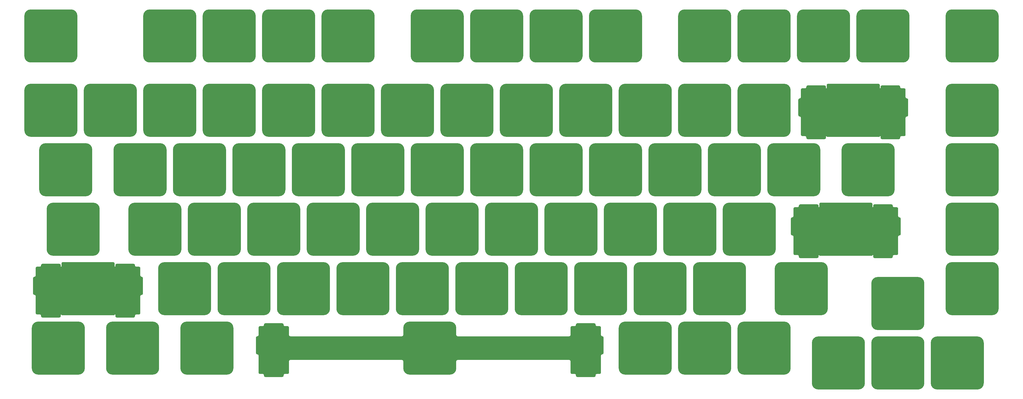
<source format=gts>
G04 Layer: TopSolderMaskLayer*
G04 EasyEDA Pro v2.1.51.8c9149c1.e57db4, 2024-03-19 08:48:05*
G04 Gerber Generator version 0.3*
G04 Scale: 100 percent, Rotated: No, Reflected: No*
G04 Dimensions in millimeters*
G04 Leading zeros omitted, absolute positions, 3 integers and 5 decimals*
%FSLAX35Y35*%
%MOMM*%
%ADD10C,0.254*%
G75*


G04 PolygonModel Start*
G36*
G01X11438963Y-4776358D02*
G01X12738960Y-4776358D01*
G02X12938960Y-4976358I0J-200000D01*
G01Y-6276376D01*
G02X12738960Y-6476375I-200000J0D01*
G01X11438963D01*
G02X11238963Y-6276376I0J200000D01*
G01Y-4976358D01*
G02X11438963Y-4776358I200000J0D01*
G37*
G36*
G01X9533800Y-4776358D02*
G01X10833828Y-4776358D01*
G02X11033827Y-4976358I0J-200000D01*
G01Y-6276376D01*
G02X10833828Y-6476375I-200000J0D01*
G01X9533800D01*
G02X9333801Y-6276376I0J200000D01*
G01Y-4976358D01*
G02X9533800Y-4776358I200000J0D01*
G37*
G36*
G01X14096661Y-4371243D02*
G01X14096661Y-3071226D01*
G02X14296661Y-2871226I200000J0D01*
G01X15596658D01*
G02X15796658Y-3071226I0J-200000D01*
G01Y-4371243D01*
G02X15596658Y-4571243I-200000J0D01*
G01X14296661D01*
G02X14096661Y-4371243I0J200000D01*
G37*
G36*
G01X15049227Y-1989848D02*
G01X15049227Y-689851D01*
G02X15249227Y-489851I200000J0D01*
G01X16549224D01*
G02X16749224Y-689851I0J-200000D01*
G01Y-1989848D01*
G02X16549224Y-2189848I-200000J0D01*
G01X15249227D01*
G02X15049227Y-1989848I0J200000D01*
G37*
G36*
G01X8176129Y-3071226D02*
G01X8176129Y-4371243D01*
G02X7976129Y-4571243I-200000J0D01*
G01X6676102D01*
G02X6476102Y-4371243I0J200000D01*
G01Y-3071226D01*
G02X6676102Y-2871226I200000J0D01*
G01X7976129D01*
G02X8176129Y-3071226I0J-200000D01*
G37*
G36*
G01X16954360Y-1989848D02*
G01X16954360Y-689851D01*
G02X17154359Y-489851I200000J0D01*
G01X18454357D01*
G02X18654356Y-689851I0J-200000D01*
G01Y-1989848D01*
G02X18454357Y-2189848I-200000J0D01*
G01X17154359D01*
G02X16954360Y-1989848I0J200000D01*
G37*
G36*
G01X4570970Y-4371243D02*
G01X4570970Y-3071226D01*
G02X4770970Y-2871226I200000J0D01*
G01X6070997D01*
G02X6270997Y-3071226I0J-200000D01*
G01Y-4371243D01*
G02X6070997Y-4571243I-200000J0D01*
G01X4770970D01*
G02X4570970Y-4371243I0J200000D01*
G37*
G36*
G01X5118431Y-6476375D02*
G01X3818404Y-6476375D01*
G02X3618404Y-6276376I0J200000D01*
G01Y-4976358D01*
G02X3818404Y-4776358I200000J0D01*
G01X5118431D01*
G02X5318431Y-4976358I0J-200000D01*
G01Y-6276376D01*
G02X5118431Y-6476375I-200000J0D01*
G37*
G36*
G01X14644092Y-6476375D02*
G01X13344095Y-6476375D01*
G02X13144095Y-6276376I0J200000D01*
G01Y-4976358D01*
G02X13344095Y-4776358I200000J0D01*
G01X14644092D01*
G02X14844092Y-4976358I0J-200000D01*
G01Y-6276376D01*
G02X14644092Y-6476375I-200000J0D01*
G37*
G36*
G01X20012058Y-2871226D02*
G01X21312055Y-2871226D01*
G02X21512055Y-3071226I0J-200000D01*
G01Y-4371243D01*
G02X21312055Y-4571243I-200000J0D01*
G01X20012058D01*
G02X19812058Y-4371243I0J200000D01*
G01Y-3071226D01*
G02X20012058Y-2871226I200000J0D01*
G37*
G36*
G01X4094687Y-8181508D02*
G01X4094687Y-6881490D01*
G02X4294687Y-6681491I200000J0D01*
G01X5594714D01*
G02X5794714Y-6881490I0J-200000D01*
G01Y-8181508D01*
G02X5594714Y-8381507I-200000J0D01*
G01X4294687D01*
G02X4094687Y-8181508I0J200000D01*
G37*
G36*
G01X11510160Y-6881490D02*
G01X11510160Y-8181508D01*
G02X11310161Y-8381507I-200000J0D01*
G01X10010083D01*
G02X9810084Y-8181508I0J200000D01*
G01Y-6881490D01*
G02X10010083Y-6681491I200000J0D01*
G01X11310161D01*
G02X11510160Y-6881490I0J-200000D01*
G37*
G36*
G01X31990282Y-689851D02*
G01X31990282Y-1989848D01*
G02X31790283Y-2189848I-200000J0D01*
G01X30490285D01*
G02X30290286Y-1989848I0J200000D01*
G01Y-689851D01*
G02X30490285Y-489851I200000J0D01*
G01X31790283D01*
G02X31990282Y-689851I0J-200000D01*
G37*
G36*
G01X1436984Y-4776358D02*
G01X2737036Y-4776358D01*
G02X2937035Y-4976358I0J-200000D01*
G01Y-6276376D01*
G02X2737036Y-6476375I-200000J0D01*
G01X1436984D01*
G02X1236985Y-6276376I0J200000D01*
G01Y-4976358D01*
G02X1436984Y-4776358I200000J0D01*
G37*
G36*
G01X26003688Y-12468072D02*
G01X26003688Y-11168028D01*
G02X26203687Y-10968028I200000J0D01*
G01X27503785D01*
G02X27703785Y-11168028I0J-200000D01*
G01Y-12468072D01*
G02X27503785Y-12668072I-200000J0D01*
G01X26203687D01*
G02X26003688Y-12468072I0J200000D01*
G37*
G36*
G01X23622323Y-1989848D02*
G01X23622323Y-689851D01*
G02X23822322Y-489851I200000J0D01*
G01X25122320D01*
G02X25322319Y-689851I0J-200000D01*
G01Y-1989848D01*
G02X25122320Y-2189848I-200000J0D01*
G01X23822322D01*
G02X23622323Y-1989848I0J200000D01*
G37*
G36*
G01X23145990Y-8181508D02*
G01X23145990Y-6881490D01*
G02X23345989Y-6681491I200000J0D01*
G01X24646087D01*
G02X24846086Y-6881490I0J-200000D01*
G01Y-8181508D01*
G02X24646087Y-8381507I-200000J0D01*
G01X23345989D01*
G02X23145990Y-8181508I0J200000D01*
G37*
G36*
G01X14772894Y-8586623D02*
G01X16072991Y-8586623D01*
G02X16272991Y-8786623I0J-200000D01*
G01Y-10086660D01*
G02X16072991Y-10286660I-200000J0D01*
G01X14772894D01*
G02X14572894Y-10086660I0J200000D01*
G01Y-8786623D01*
G02X14772894Y-8586623I200000J0D01*
G37*
G36*
G01X23893520Y-8786623D02*
G01X23893520Y-10086660D01*
G02X23693521Y-10286660I-200000J0D01*
G01X22393423D01*
G02X22193423Y-10086660I0J200000D01*
G01Y-8786623D01*
G02X22393423Y-8586623I200000J0D01*
G01X23693521D01*
G02X23893520Y-8786623I0J-200000D01*
G37*
G36*
G01X20288291Y-10086660D02*
G01X20288291Y-8786623D01*
G02X20488291Y-8586623I200000J0D01*
G01X21788388D01*
G02X21988388Y-8786623I0J-200000D01*
G01Y-10086660D01*
G02X21788388Y-10286660I-200000J0D01*
G01X20488291D01*
G02X20288291Y-10086660I0J200000D01*
G37*
G36*
G01X23217188Y-12191790D02*
G01X21917190Y-12191790D01*
G02X21717191Y-11991790I0J200000D01*
G01Y-10691745D01*
G02X21917190Y-10491745I200000J0D01*
G01X23217188D01*
G02X23417187Y-10691745I0J-200000D01*
G01Y-11991790D01*
G02X23217188Y-12191790I-200000J0D01*
G37*
G36*
G01X9881262Y-2189848D02*
G01X8581234Y-2189848D01*
G02X8381235Y-1989848I0J199999D01*
G01X8381234Y-689851D01*
G02X8581234Y-489851I200000J0D01*
G01X9881262D01*
G02X10081261Y-689851I0J-200000D01*
G01Y-1989848D01*
G02X9881262Y-2189848I-200000J0D01*
G37*
G36*
G01X14644092Y-2189848D02*
G01X13344095Y-2189848D01*
G02X13144095Y-1989848I0J200000D01*
G01Y-689851D01*
G02X13344095Y-489851I200000J0D01*
G01X14644092D01*
G02X14844092Y-689851I0J-200000D01*
G01Y-1989848D01*
G02X14644092Y-2189848I-200000J0D01*
G37*
G36*
G01X7223563Y-4976358D02*
G01X7223563Y-6276376D01*
G02X7023563Y-6476375I-200000J0D01*
G01X5723536D01*
G02X5523536Y-6276376I0J200000D01*
G01Y-4976358D01*
G02X5723536Y-4776358I200000J0D01*
G01X7023563D01*
G02X7223563Y-4976358I0J-200000D01*
G37*
G36*
G01X9128695Y-4976358D02*
G01X9128695Y-6276376D01*
G02X8928695Y-6476375I-200000J0D01*
G01X7628668D01*
G02X7428668Y-6276376I0J200000D01*
G01Y-4976358D01*
G02X7628668Y-4776358I200000J0D01*
G01X8928695D01*
G02X9128695Y-4976358I0J-200000D01*
G37*
G36*
G01X31990282Y-8786623D02*
G01X31990282Y-10086660D01*
G02X31790283Y-10286660I-200000J0D01*
G01X30490285D01*
G02X30290286Y-10086660I0J200000D01*
G01Y-8786623D01*
G02X30490285Y-8586623I200000J0D01*
G01X31790283D01*
G02X31990282Y-8786623I0J-200000D01*
G37*
G36*
G01X27908820Y-12468072D02*
G01X27908820Y-11168028D01*
G02X28108820Y-10968028I200000J0D01*
G01X29408917D01*
G02X29608917Y-11168028I0J-200000D01*
G01Y-12468072D01*
G02X29408917Y-12668072I-200000J0D01*
G01X28108820D01*
G02X27908820Y-12468072I0J200000D01*
G37*
G36*
G01X15725460Y-6681491D02*
G01X17025558Y-6681491D01*
G02X17225557Y-6881490I0J-200000D01*
G01Y-8181508D01*
G02X17025558Y-8381507I-200000J0D01*
G01X15725460D01*
G02X15525460Y-8181508I0J200000D01*
G01Y-6881490D01*
G02X15725460Y-6681491I200000J0D01*
G37*
G36*
G01X16478027Y-10086660D02*
G01X16478027Y-8786623D01*
G02X16678026Y-8586623I200000J0D01*
G01X17978124D01*
G02X18178123Y-8786623I0J-200000D01*
G01Y-10086660D01*
G02X17978124Y-10286660I-200000J0D01*
G01X16678026D01*
G02X16478027Y-10086660I0J200000D01*
G37*
G36*
G01X27156254Y-4776358D02*
G01X28456351Y-4776358D01*
G02X28656351Y-4976358I0J-200000D01*
G01Y-6276376D01*
G02X28456351Y-6476375I-200000J0D01*
G01X27156254D01*
G02X26956254Y-6276376I0J200000D01*
G01Y-4976358D01*
G02X27156254Y-4776358I200000J0D01*
G37*
G36*
G01X3175172Y-6881490D02*
G01X3175172Y-8181508D01*
G02X2975172Y-8381507I-200000J0D01*
G01X1674988D01*
G02X1474988Y-8181508I0J200000D01*
G01Y-6881490D01*
G02X1674988Y-6681491I200000J0D01*
G01X2975172D01*
G02X3175172Y-6881490I0J-200000D01*
G37*
G36*
G01X21717191Y-4371243D02*
G01X21717191Y-3071226D01*
G02X21917190Y-2871226I200000J0D01*
G01X23217188D01*
G02X23417187Y-3071226I0J-200000D01*
G01Y-4371243D01*
G02X23217188Y-4571243I-200000J0D01*
G01X21917190D01*
G02X21717191Y-4371243I0J200000D01*
G37*
G36*
G01X24813005Y-10086660D02*
G01X24813005Y-8786623D01*
G02X25013005Y-8586623I200000J0D01*
G01X26313002D01*
G02X26513002Y-8786623I0J-200000D01*
G01Y-10086660D01*
G02X26313002Y-10286660I-200000J0D01*
G01X25013005D01*
G02X24813005Y-10086660I0J200000D01*
G37*
G36*
G01X8440469Y-10598786D02*
G01X8440469Y-10586729D01*
G02X8480469Y-10546729I40000J0D01*
G01X9030551D01*
G02X9070551Y-10586729I0J-40000D01*
G01Y-10598786D01*
G03X9110551Y-10638785I40000J0D01*
G01X9203113D01*
G02X9243113Y-10678785I0J-40000D01*
G01Y-10921828D01*
G03X9283113Y-10961828I40000J0D01*
G01X12865779D01*
G03X12905779Y-10921828I0J40000D01*
G01Y-10691745D01*
G02X13105778Y-10491745I200000J0D01*
G01X14405976D01*
G02X14605975Y-10691745I0J-200000D01*
G01Y-10921828D01*
G03X14645975Y-10961828I40000J0D01*
G01X18228651D01*
G03X18268651Y-10921828I0J40000D01*
G01Y-10678785D01*
G02X18308651Y-10638785I40000J0D01*
G01X18401163D01*
G03X18441163Y-10598786I0J40000D01*
G01Y-10586729D01*
G02X18481163Y-10546729I40000J0D01*
G01X19031285D01*
G02X19071285Y-10586729I0J-40000D01*
G01Y-10598786D01*
G03X19111285Y-10638785I40000J0D01*
G01X19203797D01*
G02X19243797Y-10678785I0J-40000D01*
G01Y-10921828D01*
G03X19283797Y-10961828I40000J0D01*
G01X19286203D01*
G02X19326203Y-11001828I0J-40000D01*
G01Y-11501727D01*
G02X19286203Y-11541727I-40000J0D01*
G01X19283797D01*
G03X19243797Y-11581727I0J-40000D01*
G01Y-12128773D01*
G02X19203797Y-12168773I-40000J0D01*
G01X19111285D01*
G03X19071285Y-12208773I0J-40000D01*
G01Y-12226898D01*
G02X19031285Y-12266898I-40000J0D01*
G01X18481163D01*
G02X18441163Y-12226898I0J40000D01*
G01Y-12208773D01*
G03X18401163Y-12168773I-40000J0D01*
G01X18308651D01*
G02X18268651Y-12128773I0J40000D01*
G01Y-11761849D01*
G03X18228651Y-11721849I-40000J0D01*
G01X14645975D01*
G03X14605975Y-11761849I0J-40000D01*
G01Y-11991790D01*
G02X14405976Y-12191790I-200000J0D01*
G01X13105778D01*
G02X12905779Y-11991790I0J200000D01*
G01Y-11761849D01*
G03X12865779Y-11721849I-40000J0D01*
G01X9283113D01*
G03X9243113Y-11761849I0J-40000D01*
G01Y-12128773D01*
G02X9203113Y-12168773I-40000J0D01*
G01X9110551D01*
G03X9070551Y-12208773I0J-40000D01*
G01Y-12226898D01*
G02X9030551Y-12266898I-40000J0D01*
G01X8480469D01*
G02X8440469Y-12226898I0J40000D01*
G01Y-12208773D01*
G03X8400469Y-12168773I-40000J0D01*
G01X8307957D01*
G02X8267957Y-12128773I0J40000D01*
G01Y-11581727D01*
G03X8227957Y-11541727I-40000J0D01*
G01X8225541D01*
G02X8185541Y-11501727I0J40000D01*
G01Y-11001828D01*
G02X8225541Y-10961828I40000J0D01*
G01X8227957D01*
G03X8267957Y-10921828I0J40000D01*
G01Y-10678785D01*
G02X8307957Y-10638785I40000J0D01*
G01X8400469D01*
G03X8440469Y-10598786I0J40000D01*
G37*
G36*
G01X22669757Y-6276376D02*
G01X22669757Y-4976358D01*
G02X22869756Y-4776358I200000J0D01*
G01X24169754D01*
G02X24369753Y-4976358I0J-200000D01*
G01Y-6276376D01*
G02X24169754Y-6476375I-200000J0D01*
G01X22869756D01*
G02X22669757Y-6276376I0J200000D01*
G37*
G36*
G01X20359489Y-2189848D02*
G01X19059492Y-2189848D01*
G02X18859492Y-1989848I0J200000D01*
G01Y-689851D01*
G02X19059492Y-489851I200000J0D01*
G01X20359489D01*
G02X20559489Y-689851I0J-200000D01*
G01Y-1989848D01*
G02X20359489Y-2189848I-200000J0D01*
G37*
G36*
G01X2865837Y-2871226D02*
G01X4165865Y-2871226D01*
G02X4365864Y-3071226I0J-200000D01*
G01Y-4371243D01*
G02X4165865Y-4571243I-200000J0D01*
G01X2865837D01*
G02X2665838Y-4371243I0J200000D01*
G01Y-3071226D01*
G02X2865837Y-2871226I200000J0D01*
G37*
G36*
G01X22464621Y-4976358D02*
G01X22464621Y-6276376D01*
G02X22264621Y-6476375I-200000J0D01*
G01X20964624D01*
G02X20764624Y-6276376I0J200000D01*
G01Y-4976358D01*
G02X20964624Y-4776358I200000J0D01*
G01X22264621D01*
G02X22464621Y-4976358I0J-200000D01*
G37*
G36*
G01X1951408Y-10276660D02*
G01X1951408Y-10273638D01*
G03X1941408Y-10263638I-10000J0D01*
G01X1936305D01*
G03X1926305Y-10273638I0J-10000D01*
G01Y-10321765D01*
G02X1886305Y-10361765I-40000J0D01*
G01X1336382D01*
G02X1296382Y-10321765I0J40000D01*
G01Y-10303638D01*
G03X1256382Y-10263638I-40000J0D01*
G01X1163841D01*
G02X1123841Y-10223638I0J40000D01*
G01Y-9676594D01*
G03X1083841Y-9636594I-40000J0D01*
G01X1081288D01*
G02X1041288Y-9596594I0J40000D01*
G01Y-9096696D01*
G02X1081288Y-9056696I40000J0D01*
G01X1083841D01*
G03X1123841Y-9016696I0J40000D01*
G01Y-8773663D01*
G02X1163841Y-8733663I40000J0D01*
G01X1256382D01*
G03X1296382Y-8693663I0J40000D01*
G01Y-8681587D01*
G02X1336382Y-8641587I40000J0D01*
G01X1886305D01*
G02X1926305Y-8681587I0J-40000D01*
G01Y-8723663D01*
G03X1936305Y-8733663I10000J0D01*
G01X1941408D01*
G03X1951408Y-8723663I0J10000D01*
G01Y-8626623D01*
G02X1991408Y-8586623I40000J0D01*
G01X3611455D01*
G02X3651455Y-8626623I0J-40000D01*
G01Y-8723663D01*
G03X3661455Y-8733663I10000J0D01*
G01X3666418D01*
G03X3676418Y-8723663I0J10000D01*
G01Y-8681587D01*
G02X3716418Y-8641587I40000J0D01*
G01X4266480D01*
G02X4306480Y-8681587I0J-40000D01*
G01Y-8693663D01*
G03X4346480Y-8733663I40000J0D01*
G01X4439012D01*
G02X4479012Y-8773663I0J-40000D01*
G01Y-9016696D01*
G03X4519012Y-9056696I40000J0D01*
G01X4521568D01*
G02X4561568Y-9096696I0J-40000D01*
G01Y-9596594D01*
G02X4521568Y-9636594I-40000J0D01*
G01X4519012D01*
G03X4479012Y-9676594I0J-40000D01*
G01Y-10223638D01*
G02X4439012Y-10263638I-40000J0D01*
G01X4346480D01*
G03X4306480Y-10303638I0J-40000D01*
G01Y-10321765D01*
G02X4266480Y-10361765I-40000J0D01*
G01X3716418D01*
G02X3676418Y-10321765I0J40000D01*
G01Y-10273638D01*
G03X3666418Y-10263638I-10000J0D01*
G01X3661455D01*
G03X3651455Y-10273638I0J-10000D01*
G01Y-10276660D01*
G02X3641455Y-10286660I-10000J0D01*
G01X1961408D01*
G02X1951408Y-10276660I0J10000D01*
G37*
G36*
G01X25546659Y-8358506D02*
G01X25454147Y-8358506D01*
G02X25414147Y-8318506I0J40000D01*
G01Y-7771472D01*
G03X25374147Y-7731472I-40000J0D01*
G01X25371741D01*
G02X25331741Y-7691472I0J40000D01*
G01Y-7191563D01*
G02X25371741Y-7151563I40000J0D01*
G01X25374147D01*
G03X25414147Y-7111563I0J40000D01*
G01Y-6868531D01*
G02X25454147Y-6828531I40000J0D01*
G01X25546659D01*
G03X25586659Y-6788531I0J40000D01*
G01Y-6776455D01*
G02X25626659Y-6736455I40000J0D01*
G01X26176581D01*
G02X26216581Y-6776455I0J-40000D01*
G01Y-6818531D01*
G03X26226581Y-6828531I10000J0D01*
G01X26231704D01*
G03X26241704Y-6818531I0J10000D01*
G01Y-6721491D01*
G02X26281704Y-6681491I40000J0D01*
G01X27901901D01*
G02X27941901Y-6721491I0J-40000D01*
G01Y-6818531D01*
G03X27951901Y-6828531I10000J0D01*
G01X27956824D01*
G03X27966824Y-6818531I0J10000D01*
G01Y-6776455D01*
G02X28006824Y-6736455I40000J0D01*
G01X28556947D01*
G02X28596947Y-6776455I0J-40000D01*
G01Y-6788531D01*
G03X28636947Y-6828531I40000J0D01*
G01X28729459D01*
G02X28769459Y-6868531I0J-40000D01*
G01Y-7111563D01*
G03X28809459Y-7151563I40000J0D01*
G01X28811864D01*
G02X28851864Y-7191563I0J-40000D01*
G01Y-7691472D01*
G02X28811864Y-7731472I-40000J0D01*
G01X28809459D01*
G03X28769459Y-7771472I0J-40000D01*
G01Y-8318506D01*
G02X28729459Y-8358506I-40000J0D01*
G01X28636947D01*
G03X28596947Y-8398506I0J-40000D01*
G01Y-8416623D01*
G02X28556947Y-8456623I-40000J0D01*
G01X28006824D01*
G02X27966824Y-8416623I0J40000D01*
G01Y-8368506D01*
G03X27956824Y-8358506I-10000J0D01*
G01X27951901D01*
G03X27941901Y-8368506I0J-10000D01*
G01Y-8371507D01*
G02X27931901Y-8381507I-10000J0D01*
G01X26251704D01*
G02X26241704Y-8371507I0J10000D01*
G01Y-8368506D01*
G03X26231704Y-8358506I-10000J0D01*
G01X26226581D01*
G03X26216581Y-8368506I0J-10000D01*
G01Y-8416623D01*
G02X26176581Y-8456623I-40000J0D01*
G01X25626659D01*
G02X25586659Y-8416623I0J40000D01*
G01Y-8398506D01*
G03X25546659Y-8358506I-40000J0D01*
G37*
G36*
G01X28967575Y-4548241D02*
G01X28875063Y-4548241D01*
G03X28835063Y-4588241I0J-40000D01*
G01Y-4606358D01*
G02X28795063Y-4646358I-40000J0D01*
G01X28245141D01*
G02X28205141Y-4606358I0J40000D01*
G01Y-4558241D01*
G03X28195141Y-4548241I-10000J-0D01*
G01X28190018D01*
G03X28180018Y-4558241I-0J-10000D01*
G01Y-4561243D01*
G02X28170018Y-4571243I-10000J0D01*
G01X26490021D01*
G02X26480021Y-4561243I0J10000D01*
G01Y-4558241D01*
G03X26470021Y-4548241I-10000J-0D01*
G01X26464898D01*
G03X26454898Y-4558241I-0J-10000D01*
G01Y-4606358D01*
G02X26414898Y-4646358I-40000J0D01*
G01X25864776D01*
G02X25824776Y-4606358I0J40000D01*
G01Y-4588241D01*
G03X25784776Y-4548241I-40000J0D01*
G01X25692463D01*
G02X25652464Y-4508241I0J40000D01*
G01Y-3961207D01*
G03X25612464Y-3921208I-40000J-0D01*
G01X25609858D01*
G02X25569858Y-3881208I0J40000D01*
G01Y-3381299D01*
G02X25609858Y-3341299I40000J0D01*
G01X25612464D01*
G03X25652464Y-3301299I0J40000D01*
G01Y-3058266D01*
G02X25692463Y-3018267I40000J0D01*
G01X25784776D01*
G03X25824776Y-2978267I0J40000D01*
G01Y-2966190D01*
G02X25864776Y-2926190I40000J0D01*
G01X26414898D01*
G02X26454898Y-2966190I0J-40000D01*
G01Y-3008267D01*
G03X26464898Y-3018267I10000J0D01*
G01X26470021D01*
G03X26480021Y-3008267I0J10000D01*
G01Y-2911226D01*
G02X26520021Y-2871226I40000J0D01*
G01X28140018D01*
G02X28180018Y-2911226I0J-40000D01*
G01Y-3008267D01*
G03X28190018Y-3018267I10000J0D01*
G01X28195141D01*
G03X28205141Y-3008267I0J10000D01*
G01Y-2966190D01*
G02X28245141Y-2926190I40000J0D01*
G01X28795063D01*
G02X28835063Y-2966190I0J-40000D01*
G01Y-2978267D01*
G03X28875063Y-3018267I40000J0D01*
G01X28967575D01*
G02X29007575Y-3058266I0J-40000D01*
G01Y-3301299D01*
G03X29047575Y-3341299I40000J0D01*
G01X29050181D01*
G02X29090181Y-3381299I0J-40000D01*
G01Y-3881208D01*
G02X29050181Y-3921208I-40000J-0D01*
G01X29047575D01*
G03X29007575Y-3961207I-0J-40000D01*
G01Y-4508241D01*
G02X28967575Y-4548241I-40000J-0D01*
G37*
G36*
G01X6476102Y-1989848D02*
G01X6476102Y-689851D01*
G02X6676102Y-489851I200000J0D01*
G01X7976129D01*
G02X8176129Y-689851I0J-200000D01*
G01Y-1989848D01*
G02X7976129Y-2189848I-200000J0D01*
G01X6676102D01*
G02X6476102Y-1989848I0J200000D01*
G37*
G36*
G01X5761683Y-11991790D02*
G01X5761683Y-10691745D01*
G02X5961682Y-10491745I200000J0D01*
G01X7261710D01*
G02X7461709Y-10691745I0J-200000D01*
G01Y-11991790D01*
G02X7261710Y-12191790I-200000J0D01*
G01X5961682D01*
G02X5761683Y-11991790I0J200000D01*
G37*
G36*
G01X23622323Y-4371243D02*
G01X23622323Y-3071226D01*
G02X23822322Y-2871226I200000J0D01*
G01X25122320D01*
G02X25322319Y-3071226I0J-200000D01*
G01Y-4371243D01*
G02X25122320Y-4571243I-200000J0D01*
G01X23822322D01*
G02X23622323Y-4371243I0J200000D01*
G37*
G36*
G01X7152385Y-8586623D02*
G01X8452412Y-8586623D01*
G02X8652412Y-8786623I0J-200000D01*
G01Y-10086660D01*
G02X8452412Y-10286660I-200000J0D01*
G01X7152385D01*
G02X6952385Y-10086660I0J200000D01*
G01Y-8786623D01*
G02X7152385Y-8586623I200000J0D01*
G37*
G36*
G01X12391329Y-2871226D02*
G01X13691526Y-2871226D01*
G02X13891526Y-3071226I0J-200000D01*
G01Y-4371243D01*
G02X13691526Y-4571243I-200000J0D01*
G01X12391329D01*
G02X12191329Y-4371243I0J200000D01*
G01Y-3071226D01*
G02X12391329Y-2871226I200000J0D01*
G37*
G36*
G01X960700Y-489851D02*
G01X2260753Y-489851D01*
G02X2460752Y-689851I-0J-199999D01*
G01Y-1989848D01*
G02X2260753Y-2189848I-200000J0D01*
G01X960700D01*
G02X760701Y-1989848I0J200000D01*
G01Y-689851D01*
G02X960700Y-489851I200000J0D01*
G37*
G36*
G01X31514049Y-11168028D02*
G01X31514049Y-12468072D01*
G02X31314050Y-12668072I-199999J-0D01*
G01X30013952D01*
G02X29813953Y-12468072I0J200000D01*
G01Y-11168028D01*
G02X30013952Y-10968028I200000J0D01*
G01X31314050D01*
G02X31514049Y-11168028I0J-200000D01*
G37*
G36*
G01X4570970Y-1989848D02*
G01X4570970Y-689851D01*
G02X4770970Y-489851I200000J0D01*
G01X6070997D01*
G02X6270997Y-689851I0J-200000D01*
G01Y-1989848D01*
G02X6070997Y-2189848I-200000J0D01*
G01X4770970D01*
G02X4570970Y-1989848I0J200000D01*
G37*
G36*
G01X18654356Y-4976358D02*
G01X18654356Y-6276376D01*
G02X18454357Y-6476375I-200000J0D01*
G01X17154359D01*
G02X16954360Y-6276376I0J200000D01*
G01Y-4976358D01*
G02X17154359Y-4776358I200000J0D01*
G01X18454357D01*
G02X18654356Y-4976358I0J-200000D01*
G37*
G36*
G01X17430593Y-8181508D02*
G01X17430593Y-6881490D01*
G02X17630592Y-6681491I200000J0D01*
G01X18930690D01*
G02X19130689Y-6881490I0J-200000D01*
G01Y-8181508D01*
G02X18930690Y-8381507I-200000J0D01*
G01X17630592D01*
G02X17430593Y-8181508I0J200000D01*
G37*
G36*
G01X12667762Y-10086660D02*
G01X12667762Y-8786623D01*
G02X12867762Y-8586623I200000J0D01*
G01X14167859D01*
G02X14367859Y-8786623I0J-200000D01*
G01Y-10086660D01*
G02X14167859Y-10286660I-200000J0D01*
G01X12867762D01*
G02X12667762Y-10086660I0J200000D01*
G37*
G36*
G01X21240857Y-8181508D02*
G01X21240857Y-6881490D01*
G02X21440857Y-6681491I200000J-0D01*
G01X22740954D01*
G02X22940954Y-6881490I0J-200000D01*
G01Y-8181508D01*
G02X22740954Y-8381507I-200000J0D01*
G01X21440857D01*
G02X21240857Y-8181508I0J200000D01*
G37*
G36*
G01X8104951Y-6681491D02*
G01X9404978Y-6681491D01*
G02X9604978Y-6881490I0J-200000D01*
G01Y-8181508D01*
G02X9404978Y-8381507I-200000J0D01*
G01X8104951D01*
G02X7904951Y-8181508I0J200000D01*
G01Y-6881490D01*
G02X8104951Y-6681491I200000J0D01*
G37*
G36*
G01X11915196Y-6681491D02*
G01X13215293Y-6681491D01*
G02X13415293Y-6881490I0J-200000D01*
G01Y-8181508D01*
G02X13215293Y-8381507I-200000J0D01*
G01X11915196D01*
G02X11715196Y-8181508I0J200000D01*
G01Y-6881490D01*
G02X11915196Y-6681491I200000J0D01*
G37*
G36*
G01X31990282Y-6881490D02*
G01X31990282Y-8181508D01*
G02X31790283Y-8381507I-200000J0D01*
G01X30490285D01*
G02X30290286Y-8181508I0J200000D01*
G01Y-6881490D01*
G02X30490285Y-6681491I200000J0D01*
G01X31790283D01*
G02X31990282Y-6881490I0J-200000D01*
G37*
G36*
G01X10081261Y-3071226D02*
G01X10081261Y-4371243D01*
G02X9881262Y-4571243I-200000J0D01*
G01X8581234D01*
G02X8381235Y-4371243I0J199999D01*
G01X8381234Y-3071226D01*
G02X8581234Y-2871226I200000J0D01*
G01X9881262D01*
G02X10081261Y-3071226I0J-200000D01*
G37*
G36*
G01X6199819Y-6681491D02*
G01X7499846Y-6681491D01*
G02X7699846Y-6881490I0J-200000D01*
G01Y-8181508D01*
G02X7499846Y-8381507I-200000J0D01*
G01X6199819D01*
G02X5999819Y-8181508I0J200000D01*
G01Y-6881490D01*
G02X6199819Y-6681491I200000J0D01*
G37*
G36*
G01X28932584Y-2189848D02*
G01X27632587Y-2189848D01*
G02X27432587Y-1989848I0J200000D01*
G01Y-689851D01*
G02X27632587Y-489851I200000J0D01*
G01X28932584D01*
G02X29132584Y-689851I0J-200000D01*
G01Y-1989848D01*
G02X28932584Y-2189848I-200000J0D01*
G37*
G36*
G01X20083255Y-8786623D02*
G01X20083255Y-10086660D01*
G02X19883256Y-10286660I-200000J0D01*
G01X18583158D01*
G02X18383159Y-10086660I0J199999D01*
G01Y-8786623D01*
G02X18583158Y-8586623I200000J0D01*
G01X19883256D01*
G02X20083255Y-8786623I0J-200000D01*
G37*
G36*
G01X20012058Y-10491745D02*
G01X21312055Y-10491745D01*
G02X21512055Y-10691745I0J-200000D01*
G01Y-11991790D01*
G02X21312055Y-12191790I-200000J0D01*
G01X20012058D01*
G02X19812058Y-11991790I0J200000D01*
G01Y-10691745D01*
G02X20012058Y-10491745I200000J0D01*
G37*
G36*
G01X25122320Y-12191790D02*
G01X23822322Y-12191790D01*
G02X23622323Y-11991790I0J200000D01*
G01Y-10691745D01*
G02X23822322Y-10491745I200000J0D01*
G01X25122320D01*
G02X25322319Y-10691745I0J-200000D01*
G01Y-11991790D01*
G02X25122320Y-12191790I-200000J0D01*
G37*
G36*
G01X17501790Y-4571243D02*
G01X16201793Y-4571243D01*
G02X16001793Y-4371243I0J200000D01*
G01Y-3071226D01*
G02X16201793Y-2871226I200000J0D01*
G01X17501790D01*
G02X17701790Y-3071226I0J-200000D01*
G01Y-4371243D01*
G02X17501790Y-4571243I-200000J0D01*
G37*
G36*
G01X26074886Y-6476375D02*
G01X24774888Y-6476375D01*
G02X24574889Y-6276376I0J200000D01*
G01Y-4976358D01*
G02X24774888Y-4776358I200000J0D01*
G01X26074886D01*
G02X26274885Y-4976358I0J-200000D01*
G01Y-6276376D01*
G02X26074886Y-6476375I-200000J0D01*
G37*
G36*
G01X30290286Y-6276376D02*
G01X30290286Y-4976358D01*
G02X30490285Y-4776358I200000J0D01*
G01X31790283D01*
G02X31990282Y-4976358I0J-200000D01*
G01Y-6276376D01*
G02X31790283Y-6476375I-200000J0D01*
G01X30490285D01*
G02X30290286Y-6276376I0J200000D01*
G37*
G36*
G01X23217188Y-2189848D02*
G01X21917190Y-2189848D01*
G02X21717191Y-1989848I0J200000D01*
G01Y-689851D01*
G02X21917190Y-489851I200000J0D01*
G01X23217188D01*
G02X23417187Y-689851I0J-200000D01*
G01Y-1989848D01*
G02X23217188Y-2189848I-200000J0D01*
G37*
G36*
G01X18859492Y-6276376D02*
G01X18859492Y-4976358D01*
G02X19059492Y-4776358I200000J-0D01*
G01X20359489D01*
G02X20559489Y-4976358I0J-200000D01*
G01Y-6276376D01*
G02X20359489Y-6476375I-200000J0D01*
G01X19059492D01*
G02X18859492Y-6276376I0J200000D01*
G37*
G36*
G01X6747280Y-8786623D02*
G01X6747280Y-10086660D01*
G02X6547280Y-10286660I-200000J0D01*
G01X5247253D01*
G02X5047253Y-10086660I0J200000D01*
G01Y-8786623D01*
G02X5247253Y-8586623I200000J0D01*
G01X6547280D01*
G02X6747280Y-8786623I0J-200000D01*
G37*
G36*
G01X2460752Y-3071226D02*
G01X2460752Y-4371243D01*
G02X2260753Y-4571243I-200000J0D01*
G01X960700D01*
G02X760701Y-4371243I0J200000D01*
G01Y-3071226D01*
G02X960700Y-2871226I200000J0D01*
G01X2260753D01*
G02X2460752Y-3071226I-0J-199999D01*
G37*
G36*
G01X19335725Y-8181508D02*
G01X19335725Y-6881490D01*
G02X19535725Y-6681491I200000J0D01*
G01X20835822D01*
G02X21035822Y-6881490I0J-200000D01*
G01Y-8181508D01*
G02X20835822Y-8381507I-199999J-0D01*
G01X19535725D01*
G02X19335725Y-8181508I0J200000D01*
G37*
G36*
G01X13820328Y-6681491D02*
G01X15120425Y-6681491D01*
G02X15320425Y-6881490I0J-200000D01*
G01Y-8181508D01*
G02X15120425Y-8381507I-200000J0D01*
G01X13820328D01*
G02X13620328Y-8181508I0J200000D01*
G01Y-6881490D01*
G02X13820328Y-6681491I200000J0D01*
G37*
G36*
G01X3580117Y-10491745D02*
G01X4880294Y-10491745D01*
G02X5080294Y-10691745I0J-200000D01*
G01Y-11991790D01*
G02X4880294Y-12191790I-200000J0D01*
G01X3580117D01*
G02X3380117Y-11991790I0J200000D01*
G01Y-10691745D01*
G02X3580117Y-10491745I200000J0D01*
G37*
G36*
G01X12462726Y-8786623D02*
G01X12462726Y-10086660D01*
G02X12262727Y-10286660I-200000J0D01*
G01X10962630D01*
G02X10762630Y-10086660I0J200000D01*
G01Y-8786623D01*
G02X10962630Y-8586623I200000J0D01*
G01X12262727D01*
G02X12462726Y-8786623I0J-200000D01*
G37*
G36*
G01X28108820Y-9062906D02*
G01X29408917Y-9062906D01*
G02X29608917Y-9262906I0J-200000D01*
G01Y-10562943D01*
G02X29408917Y-10762943I-200000J0D01*
G01X28108820D01*
G02X27908820Y-10562943I0J200000D01*
G01Y-9262906D01*
G02X28108820Y-9062906I200000J0D01*
G37*
G36*
G01X8857518Y-10086660D02*
G01X8857518Y-8786623D01*
G02X9057517Y-8586623I200000J0D01*
G01X10357545D01*
G02X10557544Y-8786623I0J-200000D01*
G01Y-10086660D01*
G02X10357545Y-10286660I-200000J0D01*
G01X9057517D01*
G02X8857518Y-10086660I0J200000D01*
G37*
G36*
G01X998843Y-11991790D02*
G01X998843Y-10691745D01*
G02X1198843Y-10491745I200000J0D01*
G01X2498889D01*
G02X2698889Y-10691745I0J-200000D01*
G01Y-11991790D01*
G02X2498889Y-12191790I-200000J0D01*
G01X1198843D01*
G02X998843Y-11991790I0J200000D01*
G37*
G36*
G01X31790283Y-4571243D02*
G01X30490285Y-4571243D01*
G02X30290286Y-4371243I0J200000D01*
G01Y-3071226D01*
G02X30490285Y-2871226I200000J0D01*
G01X31790283D01*
G02X31990282Y-3071226I0J-200000D01*
G01Y-4371243D01*
G02X31790283Y-4571243I-200000J0D01*
G37*
G36*
G01X27027452Y-2189848D02*
G01X25727455Y-2189848D01*
G02X25527455Y-1989848I0J200000D01*
G01Y-689851D01*
G02X25727455Y-489851I200000J0D01*
G01X27027452D01*
G02X27227452Y-689851I0J-200000D01*
G01Y-1989848D01*
G02X27027452Y-2189848I-200000J0D01*
G37*
G36*
G01X16749224Y-4976358D02*
G01X16749224Y-6276376D01*
G02X16549224Y-6476375I-200000J0D01*
G01X15249227D01*
G02X15049227Y-6276376I0J200000D01*
G01Y-4976358D01*
G02X15249227Y-4776358I200000J0D01*
G01X16549224D01*
G02X16749224Y-4976358I0J-200000D01*
G37*
G36*
G01X18106925Y-2871226D02*
G01X19406923Y-2871226D01*
G02X19606922Y-3071226I0J-200000D01*
G01Y-4371243D01*
G02X19406923Y-4571243I-200000J0D01*
G01X18106925D01*
G02X17906926Y-4371243I0J200000D01*
G01Y-3071226D01*
G02X18106925Y-2871226I200000J0D01*
G37*
G36*
G01X10486226Y-489851D02*
G01X11786394Y-489851D01*
G02X11986393Y-689851I0J-200000D01*
G01Y-1989848D01*
G02X11786394Y-2189848I-200000J0D01*
G01X10486226D01*
G02X10286227Y-1989848I0J200000D01*
G01Y-689851D01*
G02X10486226Y-489851I200000J0D01*
G37*
G36*
G01X10486226Y-2871226D02*
G01X11786394Y-2871226D01*
G02X11986393Y-3071226I0J-200000D01*
G01Y-4371243D01*
G02X11786394Y-4571243I-200000J0D01*
G01X10486226D01*
G02X10286227Y-4371243I0J200000D01*
G01Y-3071226D01*
G02X10486226Y-2871226I200000J0D01*
G37*
G04 PolygonModel End*
G54D10*

M02*

</source>
